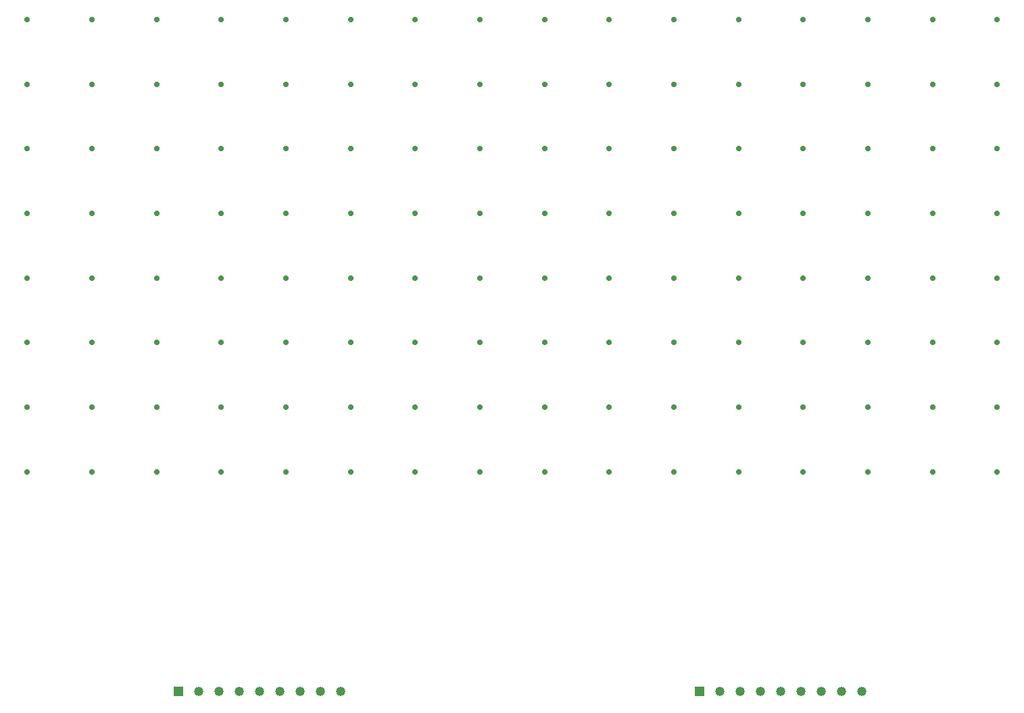
<source format=gbs>
G04*
G04 #@! TF.GenerationSoftware,Altium Limited,Altium Designer,25.3.3 (18)*
G04*
G04 Layer_Color=16711935*
%FSLAX44Y44*%
%MOMM*%
G71*
G04*
G04 #@! TF.SameCoordinates,CB88EDEE-3B84-468B-BC6F-DFD1C9856FDA*
G04*
G04*
G04 #@! TF.FilePolarity,Negative*
G04*
G01*
G75*
%ADD15C,1.1882*%
%ADD16R,1.1882X1.1882*%
%ADD17C,0.7032*%
D15*
X1451610Y300000D02*
D03*
X1426210D02*
D03*
X1400810D02*
D03*
X1375410D02*
D03*
X1350010D02*
D03*
X1324610D02*
D03*
X1299210D02*
D03*
X1273810D02*
D03*
X621260D02*
D03*
X646660D02*
D03*
X672060D02*
D03*
X697460D02*
D03*
X722860D02*
D03*
X748260D02*
D03*
X773660D02*
D03*
X799060D02*
D03*
D16*
X1248410D02*
D03*
X595860D02*
D03*
D17*
X406400Y575310D02*
D03*
X487400D02*
D03*
X811400D02*
D03*
X1540400Y899310D02*
D03*
Y737310D02*
D03*
X1621400Y575310D02*
D03*
X1540400Y818310D02*
D03*
X1621400Y656310D02*
D03*
Y737310D02*
D03*
Y818310D02*
D03*
Y899310D02*
D03*
Y980310D02*
D03*
Y1061310D02*
D03*
Y1142310D02*
D03*
X1540400Y575310D02*
D03*
Y656310D02*
D03*
Y980310D02*
D03*
Y1061310D02*
D03*
Y1142310D02*
D03*
X1459400Y575310D02*
D03*
Y656310D02*
D03*
Y737310D02*
D03*
Y818310D02*
D03*
Y899310D02*
D03*
Y980310D02*
D03*
Y1061310D02*
D03*
Y1142310D02*
D03*
X1378400Y575310D02*
D03*
Y656310D02*
D03*
Y737310D02*
D03*
Y818310D02*
D03*
Y899310D02*
D03*
Y980310D02*
D03*
Y1061310D02*
D03*
Y1142310D02*
D03*
X1297400Y575310D02*
D03*
Y656310D02*
D03*
Y737310D02*
D03*
Y818310D02*
D03*
Y899310D02*
D03*
Y980310D02*
D03*
Y1061310D02*
D03*
Y1142310D02*
D03*
X1216400Y575310D02*
D03*
Y656310D02*
D03*
Y737310D02*
D03*
Y818310D02*
D03*
Y899310D02*
D03*
Y980310D02*
D03*
Y1061310D02*
D03*
Y1142310D02*
D03*
X1135400Y575310D02*
D03*
Y656310D02*
D03*
Y737310D02*
D03*
Y818310D02*
D03*
Y899310D02*
D03*
Y980310D02*
D03*
Y1061310D02*
D03*
Y1142310D02*
D03*
X1054400Y575310D02*
D03*
Y656310D02*
D03*
Y737310D02*
D03*
Y818310D02*
D03*
Y899310D02*
D03*
Y980310D02*
D03*
Y1061310D02*
D03*
Y1142310D02*
D03*
X973400Y575310D02*
D03*
Y656310D02*
D03*
Y737310D02*
D03*
Y818310D02*
D03*
Y899310D02*
D03*
Y980310D02*
D03*
Y1061310D02*
D03*
Y1142310D02*
D03*
X892400Y575310D02*
D03*
Y656310D02*
D03*
Y737310D02*
D03*
Y818310D02*
D03*
Y899310D02*
D03*
Y980310D02*
D03*
Y1061310D02*
D03*
Y1142310D02*
D03*
X811400Y656310D02*
D03*
Y737310D02*
D03*
Y818310D02*
D03*
Y899310D02*
D03*
Y980310D02*
D03*
Y1061310D02*
D03*
Y1142310D02*
D03*
X730400Y575310D02*
D03*
Y656310D02*
D03*
Y737310D02*
D03*
Y818310D02*
D03*
Y899310D02*
D03*
Y980310D02*
D03*
Y1061310D02*
D03*
Y1142310D02*
D03*
X649400Y575310D02*
D03*
Y656310D02*
D03*
Y737310D02*
D03*
Y818310D02*
D03*
Y899310D02*
D03*
Y980310D02*
D03*
Y1061310D02*
D03*
Y1142310D02*
D03*
X568400Y575310D02*
D03*
Y656310D02*
D03*
Y737310D02*
D03*
Y818310D02*
D03*
Y899310D02*
D03*
Y980310D02*
D03*
Y1061310D02*
D03*
Y1142310D02*
D03*
X487400Y656310D02*
D03*
Y737310D02*
D03*
Y818310D02*
D03*
Y899310D02*
D03*
Y980310D02*
D03*
Y1061310D02*
D03*
Y1142310D02*
D03*
X406400Y656310D02*
D03*
Y737310D02*
D03*
Y818310D02*
D03*
Y899310D02*
D03*
Y980310D02*
D03*
Y1061310D02*
D03*
Y1142310D02*
D03*
M02*

</source>
